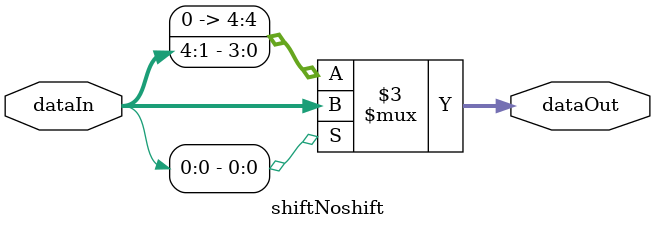
<source format=sv>
module shiftNoshift (
    input  logic [4:0] dataIn,
    output logic [4:0] dataOut
);
    always_comb begin
        if (dataIn[0])       // already 1 in LSB → hold
            dataOut = dataIn;
        else
            dataOut = {1'b0, dataIn[4:1]}; // logical >> 1
    end
endmodule
</source>
